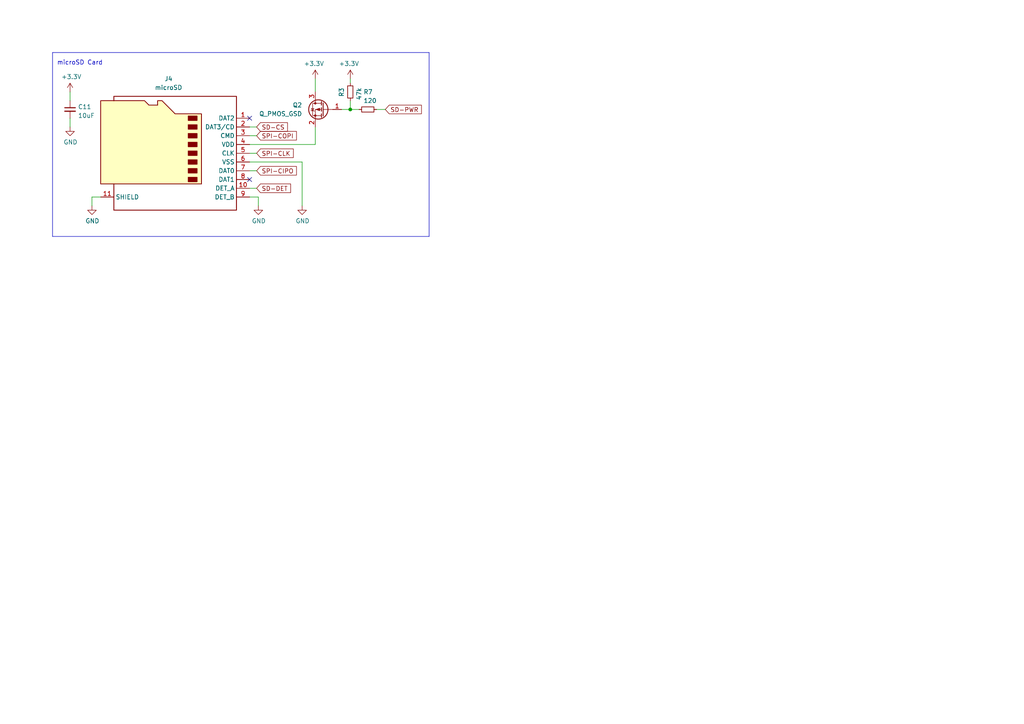
<source format=kicad_sch>
(kicad_sch (version 20230121) (generator eeschema)
  (paper "A4")
  (lib_symbols
    (symbol "Connector:Micro_SD_Card_Det2"
      (property "Reference" "J" (at -16.51 17.78 0))
      (property "Value" "Micro_SD_Card_Det2" (at 16.51 17.78 0))
      (symbol "Micro_SD_Card_Det2_0_1"
        (rectangle (start -7.62 -6.985) (end -5.08 -8.255) (stroke (width 0.254)) (fill (type outline)))
        (rectangle (start -7.62 -4.445) (end -5.08 -5.715) (stroke (width 0.254)) (fill (type outline)))
        (rectangle (start -7.62 -1.905) (end -5.08 -3.175) (stroke (width 0.254)) (fill (type outline)))
        (rectangle (start -7.62 0.635) (end -5.08 -0.635) (stroke (width 0.254)) (fill (type outline)))
        (rectangle (start -7.62 3.175) (end -5.08 1.905) (stroke (width 0.254)) (fill (type outline)))
        (rectangle (start -7.62 5.715) (end -5.08 4.445) (stroke (width 0.254)) (fill (type outline)))
        (rectangle (start -7.62 8.255) (end -5.08 6.985) (stroke (width 0.254)) (fill (type outline)))
        (rectangle (start -7.62 10.795) (end -5.08 9.525) (stroke (width 0.254)) (fill (type outline)))
        (polyline (pts (xy 16.51 15.24) (xy 16.51 16.51) (xy -19.05 16.51) (xy -19.05 -16.51) (xy 16.51 -16.51) (xy 16.51 -8.89)) (stroke (width 0.254)))
        (polyline (pts (xy -8.89 -8.89) (xy -8.89 11.43) (xy -1.27 11.43) (xy 2.54 15.24) (xy 3.81 15.24) (xy 3.81 13.97) (xy 6.35 13.97) (xy 7.62 15.24) (xy 20.32 15.24) (xy 20.32 -8.89) (xy -8.89 -8.89)) (stroke (width 0.254)) (fill (type background)))
      )
      (symbol "Micro_SD_Card_Det2_1_1"
        (pin bidirectional line (at -22.86 10.16 0) (length 3.81) (name "DAT2") (number "1"))
        (pin passive line (at -22.86 -10.16 0) (length 3.81) (name "DET_A") (number "10"))
        (pin passive line (at 20.32 -12.7 180) (length 3.81) (name "SHIELD") (number "11"))
        (pin bidirectional line (at -22.86 7.62 0) (length 3.81) (name "DAT3/CD") (number "2"))
        (pin input line (at -22.86 5.08 0) (length 3.81) (name "CMD") (number "3"))
        (pin power_in line (at -22.86 2.54 0) (length 3.81) (name "VDD") (number "4"))
        (pin input line (at -22.86 0 0) (length 3.81) (name "CLK") (number "5"))
        (pin power_in line (at -22.86 -2.54 0) (length 3.81) (name "VSS") (number "6"))
        (pin bidirectional line (at -22.86 -5.08 0) (length 3.81) (name "DAT0") (number "7"))
        (pin bidirectional line (at -22.86 -7.62 0) (length 3.81) (name "DAT1") (number "8"))
        (pin passive line (at -22.86 -12.7 0) (length 3.81) (name "DET_B") (number "9"))
      )
    )
    (symbol "Device:C_Small" (pin_numbers hide) (pin_names (offset 0.254) hide)
      (property "Reference" "C" (at 0.254 1.778 0))
      (property "Value" "C_Small" (at 0.254 -2.032 0))
      (symbol "C_Small_0_1"
        (polyline (pts (xy -1.524 -0.508) (xy 1.524 -0.508)) (stroke (width 0.3302)))
        (polyline (pts (xy -1.524 0.508) (xy 1.524 0.508)) (stroke (width 0.3048)))
      )
      (symbol "C_Small_1_1"
        (pin passive line (at 0 2.54 270) (length 2.032) (name "~") (number "1"))
        (pin passive line (at 0 -2.54 90) (length 2.032) (name "~") (number "2"))
      )
    )
    (symbol "Device:Q_PMOS_GSD" (pin_names (offset 0) hide)
      (property "Reference" "Q" (at 5.08 1.27 0))
      (property "Value" "Q_PMOS_GSD" (at 5.08 -1.27 0))
      (symbol "Q_PMOS_GSD_0_1"
        (polyline (pts (xy 0.254 0) (xy -2.54 0)))
        (polyline (pts (xy 0.254 1.905) (xy 0.254 -1.905)) (stroke (width 0.254)))
        (polyline (pts (xy 0.762 -1.27) (xy 0.762 -2.286)) (stroke (width 0.254)))
        (polyline (pts (xy 0.762 0.508) (xy 0.762 -0.508)) (stroke (width 0.254)))
        (polyline (pts (xy 0.762 2.286) (xy 0.762 1.27)) (stroke (width 0.254)))
        (polyline (pts (xy 2.54 2.54) (xy 2.54 1.778)))
        (polyline (pts (xy 2.54 -2.54) (xy 2.54 0) (xy 0.762 0)))
        (polyline (pts (xy 0.762 1.778) (xy 3.302 1.778) (xy 3.302 -1.778) (xy 0.762 -1.778)))
        (polyline (pts (xy 2.286 0) (xy 1.27 0.381) (xy 1.27 -0.381) (xy 2.286 0)) (fill (type outline)))
        (polyline (pts (xy 2.794 -0.508) (xy 2.921 -0.381) (xy 3.683 -0.381) (xy 3.81 -0.254)))
        (polyline (pts (xy 3.302 -0.381) (xy 2.921 0.254) (xy 3.683 0.254) (xy 3.302 -0.381)))
        (circle (center 1.651 0) (radius 2.794) (stroke (width 0.254)))
        (circle (center 2.54 -1.778) (radius 0.254) (fill (type outline)))
        (circle (center 2.54 1.778) (radius 0.254) (fill (type outline)))
      )
      (symbol "Q_PMOS_GSD_1_1"
        (pin input line (at -5.08 0 0) (length 2.54) (name "G") (number "1"))
        (pin passive line (at 2.54 -5.08 90) (length 2.54) (name "S") (number "2"))
        (pin passive line (at 2.54 5.08 270) (length 2.54) (name "D") (number "3"))
      )
    )
    (symbol "Device:R_Small" (pin_numbers hide) (pin_names (offset 0.254) hide)
      (property "Reference" "R" (at 0.762 0.508 0))
      (property "Value" "R_Small" (at 0.762 -1.016 0))
      (symbol "R_Small_0_1"
        (rectangle (start -0.762 1.778) (end 0.762 -1.778) (stroke (width 0.2032)))
      )
      (symbol "R_Small_1_1"
        (pin passive line (at 0 2.54 270) (length 0.762) (name "~") (number "1"))
        (pin passive line (at 0 -2.54 90) (length 0.762) (name "~") (number "2"))
      )
    )
    (symbol "power:+3.3V" (power) (pin_names (offset 0))
      (property "Value" "+3.3V" (at 0 3.556 0))
      (symbol "+3.3V_0_1"
        (polyline (pts (xy -0.762 1.27) (xy 0 2.54)))
        (polyline (pts (xy 0 0) (xy 0 2.54)))
        (polyline (pts (xy 0 2.54) (xy 0.762 1.27)))
      )
      (symbol "+3.3V_1_1"
        (pin power_in line (at 0 0 90) (length 0) hide (name "+3.3V") (number "1"))
      )
    )
    (symbol "power:GND" (power) (pin_names (offset 0))
      (property "Value" "GND" (at 0 -3.81 0))
      (symbol "GND_0_1"
        (polyline (pts (xy 0 0) (xy 0 -1.27) (xy 1.27 -1.27) (xy 0 -2.54) (xy -1.27 -1.27) (xy 0 -1.27)))
      )
      (symbol "GND_1_1"
        (pin power_in line (at 0 0 270) (length 0) hide (name "GND") (number "1"))
      )
    )
  )
  (junction (at 101.6 31.75))
  (no_connect (at 72.39 34.29))
  (no_connect (at 72.39 52.07))
  (wire (pts (xy 20.32 36.83) (xy 20.32 34.29)))
  (wire (pts (xy 72.39 46.99) (xy 87.63 46.99)))
  (wire (pts (xy 91.44 41.91) (xy 91.44 36.83)))
  (wire (pts (xy 101.6 29.21) (xy 101.6 31.75)))
  (wire (pts (xy 72.39 39.37) (xy 74.422 39.37)))
  (wire (pts (xy 72.39 41.91) (xy 91.44 41.91)))
  (wire (pts (xy 74.93 57.15) (xy 74.93 59.69)))
  (polyline (pts (xy 15.24 15.24) (xy 124.46 15.24)))
  (wire (pts (xy 91.44 22.86) (xy 91.44 26.67)))
  (wire (pts (xy 72.39 36.83) (xy 74.422 36.83)))
  (wire (pts (xy 109.22 31.75) (xy 111.76 31.75)))
  (wire (pts (xy 99.06 31.75) (xy 101.6 31.75)))
  (wire (pts (xy 87.63 46.99) (xy 87.63 59.69)))
  (polyline (pts (xy 124.46 68.58) (xy 15.24 68.58)))
  (wire (pts (xy 72.39 54.61) (xy 74.422 54.61)))
  (wire (pts (xy 26.67 57.15) (xy 29.21 57.15)))
  (polyline (pts (xy 15.24 68.58) (xy 15.24 15.24)))
  (wire (pts (xy 72.39 44.45) (xy 74.422 44.45)))
  (wire (pts (xy 26.67 59.69) (xy 26.67 57.15)))
  (wire (pts (xy 72.39 57.15) (xy 74.93 57.15)))
  (wire (pts (xy 20.32 29.21) (xy 20.32 26.67)))
  (wire (pts (xy 101.6 22.86) (xy 101.6 24.13)))
  (polyline (pts (xy 124.46 15.24) (xy 124.46 68.58)))
  (wire (pts (xy 101.6 31.75) (xy 104.14 31.75)))
  (wire (pts (xy 72.39 49.53) (xy 74.422 49.53)))
  (text "microSD Card" (at 16.51 19.05 0) (effects (font (size 1.27 1.27)) (justify left bottom)))
  (global_label "SPI-CLK" (shape input) (at 74.422 44.45 0) (property "Intersheetrefs" "${INTERSHEET_REFS}" (effects hide)))
  (global_label "SPI-CIPO" (shape input) (at 74.422 49.53 0) (property "Intersheetrefs" "${INTERSHEET_REFS}" (effects hide)))
  (global_label "SD-CS" (shape input) (at 74.422 36.83 0) (property "Intersheetrefs" "${INTERSHEET_REFS}" (effects hide)))
  (global_label "SPI-COPI" (shape input) (at 74.422 39.37 0) (property "Intersheetrefs" "${INTERSHEET_REFS}" (effects hide)))
  (global_label "SD-PWR" (shape input) (at 111.76 31.75 0) (property "Intersheetrefs" "${INTERSHEET_REFS}" (effects hide)))
  (global_label "SD-DET" (shape input) (at 74.422 54.61 0) (property "Intersheetrefs" "${INTERSHEET_REFS}" (effects hide)))
  (symbol (lib_id "Device:Q_PMOS_GSD") (at 93.98 31.75 0) (mirror y) (unit 1)
    (property "Reference" "Q2" (at 87.63 30.48 0) (effects (justify left)))
    (property "Value" "Q_PMOS_GSD" (at 87.63 33.02 0) (effects (justify left)))
  )
  (symbol (lib_id "power:GND") (at 87.63 59.69 0) (unit 1)
    (property "Reference" "#PWR044" (effects hide))
    (property "Value" "GND" (at 87.757 64.0842 0))
    (instances (project "ControlBoard" (path "" (reference "#PWR044") (unit 1)) (path "" (reference "#PWR050") (unit 1))) (project "SPIRadioCFRTC" (path "" (reference "#PWR033") (unit 1))))
  )
  (symbol (lib_id "power:+3.3V") (at 20.32 26.67 0) (unit 1)
    (property "Reference" "#PWR058" (effects hide))
    (property "Value" "+3.3V" (at 20.701 22.2758 0))
    (instances (project "ControlBoard" (path "" (reference "#PWR058") (unit 1)) (path "" (reference "#PWR058") (unit 1))) (project "SPIRadioCFRTC" (path "" (reference "#PWR018") (unit 1))))
  )
  (symbol (lib_id "Device:C_Small") (at 20.32 31.75 0) (unit 1)
    (property "Reference" "C11" (at 22.606 30.988 0) (effects (justify left)))
    (property "Value" "10uF" (at 22.606 33.528 0) (effects (justify left)))
    (property "Footprint" "Capacitor_SMD:C_0805_2012Metric" (effects hide))
    (instances (project "ControlBoard" (path "" (reference "C11") (unit 1)) (path "" (reference "C11") (unit 1))) (project "SPIRadioCFRTC" (path "" (reference "C3") (unit 1))))
  )
  (symbol (lib_id "Device:R_Small") (at 101.6 26.67 180) (unit 1)
    (property "Reference" "R3" (at 99.06 25.4 90) (effects (justify left)))
    (property "Value" "47k" (at 104.14 25.4 90) (effects (justify left)))
    (property "Footprint" "Resistor_SMD:R_0805_2012Metric" (effects hide))
  )
  (symbol (lib_id "power:+3.3V") (at 101.6 22.86 0) (mirror y) (unit 1)
    (property "Reference" "#PWR057" (effects hide))
    (property "Value" "+3.3V" (at 101.219 18.4658 0))
    (instances (project "ControlBoard" (path "" (reference "#PWR057") (unit 1)) (path "" (reference "#PWR057") (unit 1))) (project "SPIRadioCFRTC" (path "" (reference "#PWR028") (unit 1))))
  )
  (symbol (lib_id "Device:R_Small") (at 106.68 31.75 270) (unit 1)
    (property "Reference" "R7" (at 105.41 26.67 90) (effects (justify left)))
    (property "Value" "120" (at 105.41 29.21 90) (effects (justify left)))
    (property "Footprint" "Resistor_SMD:R_0805_2012Metric" (effects hide))
  )
  (symbol (lib_id "Connector:Micro_SD_Card_Det2") (at 49.53 44.45 0) (mirror y) (unit 1)
    (property "Reference" "J4" (at 48.895 22.86 0))
    (property "Value" "microSD" (at 48.895 25.4 0))
    (property "Datasheet" "https://www.hirose.com/en/product/document?clcode=&productname=&series=DM3&documenttype=Catalog&lang=en&documentid=D49662_en" (effects hide))
    (instances (project "ControlBoard" (path "" (reference "J4") (unit 1)) (path "" (reference "J2") (unit 1))))
  )
  (symbol (lib_id "power:GND") (at 74.93 59.69 0) (unit 1)
    (property "Reference" "#PWR056" (effects hide))
    (property "Value" "GND" (at 75.057 64.0842 0))
    (instances (project "ControlBoard" (path "" (reference "#PWR056") (unit 1)) (path "" (reference "#PWR044") (unit 1))) (project "SPIRadioCFRTC" (path "" (reference "#PWR033") (unit 1))))
  )
  (symbol (lib_id "power:GND") (at 20.32 36.83 0) (unit 1)
    (property "Reference" "#PWR059" (effects hide))
    (property "Value" "GND" (at 20.447 41.2242 0))
    (instances (project "ControlBoard" (path "" (reference "#PWR059") (unit 1)) (path "" (reference "#PWR059") (unit 1))) (project "SPIRadioCFRTC" (path "" (reference "#PWR029") (unit 1))))
  )
  (symbol (lib_id "power:GND") (at 26.67 59.69 0) (unit 1)
    (property "Reference" "#PWR050" (effects hide))
    (property "Value" "GND" (at 26.797 64.0842 0))
    (instances (project "ControlBoard" (path "" (reference "#PWR050") (unit 1)) (path "" (reference "#PWR016") (unit 1))) (project "SPIRadioCFRTC" (path "" (reference "#PWR034") (unit 1))))
  )
  (symbol (lib_id "power:+3.3V") (at 91.44 22.86 0) (mirror y) (unit 1)
    (property "Reference" "#PWR016" (effects hide))
    (property "Value" "+3.3V" (at 91.059 18.4658 0))
    (instances (project "ControlBoard" (path "" (reference "#PWR016") (unit 1)) (path "" (reference "#PWR056") (unit 1))) (project "SPIRadioCFRTC" (path "" (reference "#PWR028") (unit 1))))
  )
)
</source>
